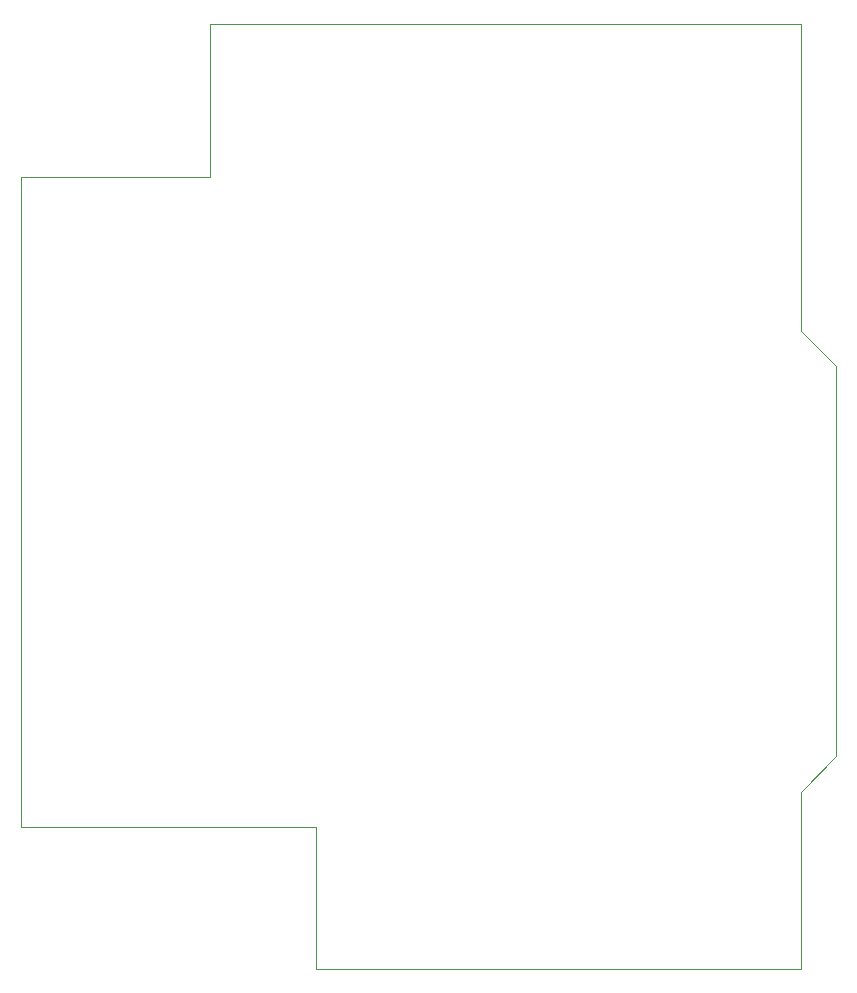
<source format=gbr>
G04 (created by PCBNEW (2013-07-07 BZR 4022)-stable) date 19-01-2019 19:24:24*
%MOIN*%
G04 Gerber Fmt 3.4, Leading zero omitted, Abs format*
%FSLAX34Y34*%
G01*
G70*
G90*
G04 APERTURE LIST*
%ADD10C,0.00590551*%
%ADD11C,0.00393701*%
G04 APERTURE END LIST*
G54D10*
G54D11*
X59055Y-67716D02*
X59055Y-46062D01*
X68897Y-67716D02*
X59055Y-67716D01*
X68897Y-72440D02*
X68897Y-67716D01*
X85039Y-72440D02*
X68897Y-72440D01*
X85039Y-66535D02*
X85039Y-72440D01*
X86220Y-65354D02*
X85039Y-66535D01*
X86220Y-52362D02*
X86220Y-65354D01*
X85039Y-51181D02*
X86220Y-52362D01*
X85039Y-40944D02*
X85039Y-51181D01*
X65354Y-40944D02*
X85039Y-40944D01*
X65354Y-46062D02*
X65354Y-40944D01*
X59055Y-46062D02*
X65354Y-46062D01*
M02*

</source>
